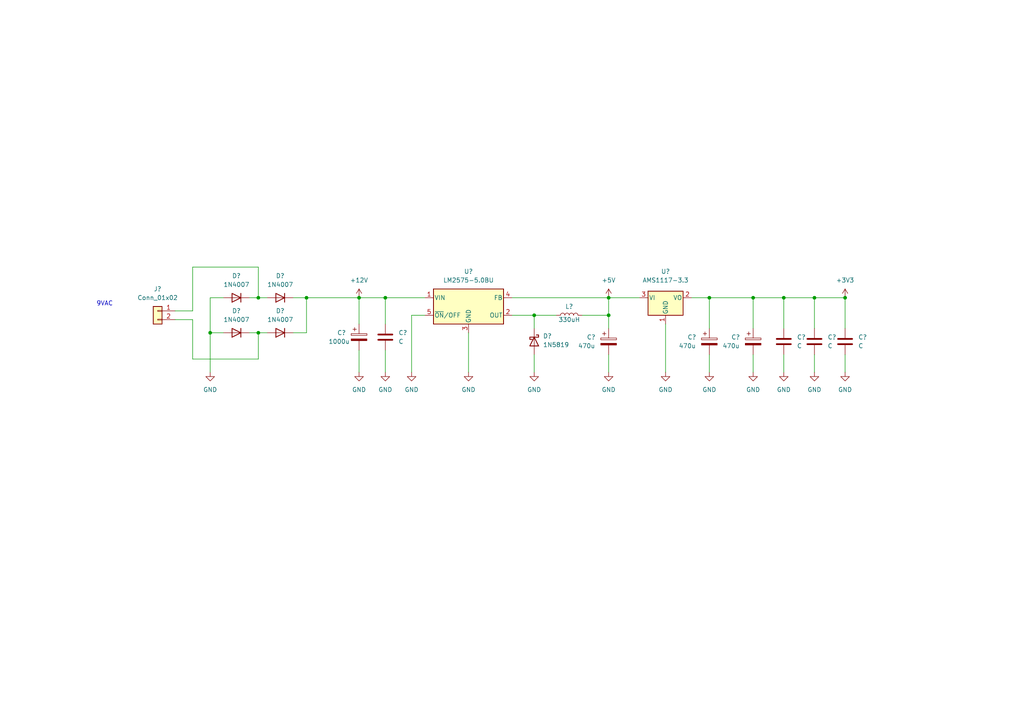
<source format=kicad_sch>
(kicad_sch (version 20211123) (generator eeschema)
  (paper "A4")
  (lib_symbols
    (symbol "Connector_Generic:Conn_01x02" (pin_names (offset 1.016) hide)
      (property "Reference" "J" (at 0 2.54 0))
      (property "Value" "Conn_01x02" (at 0 -5.08 0))
      (symbol "Conn_01x02_1_1"
        (rectangle (start -1.27 -2.413) (end 0 -2.667) (stroke (width 0.1524)))
        (rectangle (start -1.27 0.127) (end 0 -0.127) (stroke (width 0.1524)))
        (rectangle (start -1.27 1.27) (end 1.27 -3.81) (stroke (width 0.254)) (fill (type background)))
        (pin passive line (at -5.08 0 0) (length 3.81) (name "Pin_1") (number "1"))
        (pin passive line (at -5.08 -2.54 0) (length 3.81) (name "Pin_2") (number "2"))
      )
    )
    (symbol "Device:C" (pin_numbers hide) (pin_names (offset 0.254))
      (property "Reference" "C" (at 0.635 2.54 0))
      (property "Value" "C" (at 0.635 -2.54 0))
      (symbol "C_0_1"
        (polyline (pts (xy -2.032 -0.762) (xy 2.032 -0.762)) (stroke (width 0.508)))
        (polyline (pts (xy -2.032 0.762) (xy 2.032 0.762)) (stroke (width 0.508)))
      )
      (symbol "C_1_1"
        (pin passive line (at 0 3.81 270) (length 2.794) (name "~") (number "1"))
        (pin passive line (at 0 -3.81 90) (length 2.794) (name "~") (number "2"))
      )
    )
    (symbol "Device:C_Polarized" (pin_numbers hide) (pin_names (offset 0.254))
      (property "Reference" "C" (at 0.635 2.54 0))
      (property "Value" "C_Polarized" (at 0.635 -2.54 0))
      (symbol "C_Polarized_0_1"
        (rectangle (start -2.286 0.508) (end 2.286 1.016))
        (polyline (pts (xy -1.778 2.286) (xy -0.762 2.286)))
        (polyline (pts (xy -1.27 2.794) (xy -1.27 1.778)))
        (rectangle (start 2.286 -0.508) (end -2.286 -1.016) (fill (type outline)))
      )
      (symbol "C_Polarized_1_1"
        (pin passive line (at 0 3.81 270) (length 2.794) (name "~") (number "1"))
        (pin passive line (at 0 -3.81 90) (length 2.794) (name "~") (number "2"))
      )
    )
    (symbol "Device:L" (pin_numbers hide) (pin_names (offset 1.016) hide)
      (property "Reference" "L" (at -1.27 0 90))
      (property "Value" "L" (at 1.905 0 90))
      (symbol "L_0_1"
        (arc (start 0 -2.54) (mid 0.635 -1.905) (end 0 -1.27))
        (arc (start 0 -1.27) (mid 0.635 -0.635) (end 0 0))
        (arc (start 0 0) (mid 0.635 0.635) (end 0 1.27))
        (arc (start 0 1.27) (mid 0.635 1.905) (end 0 2.54))
      )
      (symbol "L_1_1"
        (pin passive line (at 0 3.81 270) (length 1.27) (name "1") (number "1"))
        (pin passive line (at 0 -3.81 90) (length 1.27) (name "2") (number "2"))
      )
    )
    (symbol "Diode:1N4007" (pin_numbers hide) (pin_names (offset 1.016) hide)
      (property "Reference" "D" (at 0 2.54 0))
      (property "Value" "1N4007" (at 0 -2.54 0))
      (symbol "1N4007_0_1"
        (polyline (pts (xy -1.27 1.27) (xy -1.27 -1.27)) (stroke (width 0.254)))
        (polyline (pts (xy 1.27 0) (xy -1.27 0)))
        (polyline (pts (xy 1.27 1.27) (xy 1.27 -1.27) (xy -1.27 0) (xy 1.27 1.27)) (stroke (width 0.254)))
      )
      (symbol "1N4007_1_1"
        (pin passive line (at -3.81 0 0) (length 2.54) (name "K") (number "1"))
        (pin passive line (at 3.81 0 180) (length 2.54) (name "A") (number "2"))
      )
    )
    (symbol "Diode:1N5819" (pin_numbers hide) (pin_names (offset 1.016) hide)
      (property "Reference" "D" (at 0 2.54 0))
      (property "Value" "1N5819" (at 0 -2.54 0))
      (symbol "1N5819_0_1"
        (polyline (pts (xy 1.27 0) (xy -1.27 0)))
        (polyline (pts (xy 1.27 1.27) (xy 1.27 -1.27) (xy -1.27 0) (xy 1.27 1.27)) (stroke (width 0.254)))
        (polyline (pts (xy -1.905 0.635) (xy -1.905 1.27) (xy -1.27 1.27) (xy -1.27 -1.27) (xy -0.635 -1.27) (xy -0.635 -0.635)) (stroke (width 0.254)))
      )
      (symbol "1N5819_1_1"
        (pin passive line (at -3.81 0 0) (length 2.54) (name "K") (number "1"))
        (pin passive line (at 3.81 0 180) (length 2.54) (name "A") (number "2"))
      )
    )
    (symbol "Regulator_Linear:AMS1117-3.3" (pin_names (offset 0.254))
      (property "Reference" "U" (at -3.81 3.175 0))
      (property "Value" "AMS1117-3.3" (at 0 3.175 0))
      (symbol "AMS1117-3.3_0_1"
        (rectangle (start -5.08 -5.08) (end 5.08 1.905) (stroke (width 0.254)) (fill (type background)))
      )
      (symbol "AMS1117-3.3_1_1"
        (pin power_in line (at 0 -7.62 90) (length 2.54) (name "GND") (number "1"))
        (pin power_out line (at 7.62 0 180) (length 2.54) (name "VO") (number "2"))
        (pin power_in line (at -7.62 0 0) (length 2.54) (name "VI") (number "3"))
      )
    )
    (symbol "Regulator_Switching:LM2575-5.0BU" (pin_names (offset 0.254))
      (property "Reference" "U" (at -10.16 6.35 0))
      (property "Value" "LM2575-5.0BU" (at 0 6.35 0))
      (symbol "LM2575-5.0BU_0_1"
        (rectangle (start -10.16 5.08) (end 10.16 -5.08) (stroke (width 0.254)) (fill (type background)))
      )
      (symbol "LM2575-5.0BU_1_1"
        (pin power_in line (at -12.7 2.54 0) (length 2.54) (name "VIN") (number "1"))
        (pin output line (at 12.7 -2.54 180) (length 2.54) (name "OUT") (number "2"))
        (pin power_in line (at 0 -7.62 90) (length 2.54) (name "GND") (number "3"))
        (pin input line (at 12.7 2.54 180) (length 2.54) (name "FB") (number "4"))
        (pin input line (at -12.7 -2.54 0) (length 2.54) (name "~{ON}/OFF") (number "5"))
      )
    )
    (symbol "power:+12V" (power) (pin_names (offset 0))
      (property "Value" "+12V" (at 0 3.556 0))
      (symbol "+12V_0_1"
        (polyline (pts (xy -0.762 1.27) (xy 0 2.54)))
        (polyline (pts (xy 0 0) (xy 0 2.54)))
        (polyline (pts (xy 0 2.54) (xy 0.762 1.27)))
      )
      (symbol "+12V_1_1"
        (pin power_in line (at 0 0 90) (length 0) hide (name "+12V") (number "1"))
      )
    )
    (symbol "power:+3.3V" (power) (pin_names (offset 0))
      (property "Value" "+3.3V" (at 0 3.556 0))
      (symbol "+3.3V_0_1"
        (polyline (pts (xy -0.762 1.27) (xy 0 2.54)))
        (polyline (pts (xy 0 0) (xy 0 2.54)))
        (polyline (pts (xy 0 2.54) (xy 0.762 1.27)))
      )
      (symbol "+3.3V_1_1"
        (pin power_in line (at 0 0 90) (length 0) hide (name "+3V3") (number "1"))
      )
    )
    (symbol "power:+5V" (power) (pin_names (offset 0))
      (property "Value" "+5V" (at 0 3.556 0))
      (symbol "+5V_0_1"
        (polyline (pts (xy -0.762 1.27) (xy 0 2.54)))
        (polyline (pts (xy 0 0) (xy 0 2.54)))
        (polyline (pts (xy 0 2.54) (xy 0.762 1.27)))
      )
      (symbol "+5V_1_1"
        (pin power_in line (at 0 0 90) (length 0) hide (name "+5V") (number "1"))
      )
    )
    (symbol "power:GND" (power) (pin_names (offset 0))
      (property "Value" "GND" (at 0 -3.81 0))
      (symbol "GND_0_1"
        (polyline (pts (xy 0 0) (xy 0 -1.27) (xy 1.27 -1.27) (xy 0 -2.54) (xy -1.27 -1.27) (xy 0 -1.27)))
      )
      (symbol "GND_1_1"
        (pin power_in line (at 0 0 270) (length 0) hide (name "GND") (number "1"))
      )
    )
  )
  (junction (at 88.9 86.36))
  (junction (at 227.33 86.36))
  (junction (at 218.44 86.36))
  (junction (at 176.53 91.44))
  (junction (at 74.93 96.52))
  (junction (at 74.93 86.36))
  (junction (at 104.14 86.36))
  (junction (at 60.96 96.52))
  (junction (at 205.74 86.36))
  (junction (at 154.94 91.44))
  (junction (at 111.76 86.36))
  (junction (at 236.22 86.36))
  (junction (at 245.11 86.36))
  (junction (at 176.53 86.36))
  (wire (pts (xy 236.22 86.36) (xy 245.11 86.36)))
  (wire (pts (xy 55.88 77.47) (xy 74.93 77.47)))
  (wire (pts (xy 55.88 104.14) (xy 74.93 104.14)))
  (wire (pts (xy 104.14 86.36) (xy 111.76 86.36)))
  (wire (pts (xy 119.38 91.44) (xy 119.38 107.95)))
  (wire (pts (xy 227.33 86.36) (xy 227.33 95.25)))
  (wire (pts (xy 218.44 86.36) (xy 218.44 95.25)))
  (wire (pts (xy 60.96 96.52) (xy 60.96 107.95)))
  (wire (pts (xy 104.14 101.6) (xy 104.14 107.95)))
  (wire (pts (xy 85.09 86.36) (xy 88.9 86.36)))
  (wire (pts (xy 154.94 91.44) (xy 161.29 91.44)))
  (wire (pts (xy 154.94 91.44) (xy 154.94 95.25)))
  (wire (pts (xy 74.93 96.52) (xy 77.47 96.52)))
  (wire (pts (xy 193.04 93.98) (xy 193.04 107.95)))
  (wire (pts (xy 135.89 96.52) (xy 135.89 107.95)))
  (wire (pts (xy 104.14 86.36) (xy 104.14 93.98)))
  (wire (pts (xy 111.76 86.36) (xy 123.19 86.36)))
  (wire (pts (xy 176.53 102.87) (xy 176.53 107.95)))
  (wire (pts (xy 88.9 86.36) (xy 104.14 86.36)))
  (wire (pts (xy 111.76 101.6) (xy 111.76 107.95)))
  (wire (pts (xy 205.74 86.36) (xy 218.44 86.36)))
  (wire (pts (xy 154.94 102.87) (xy 154.94 107.95)))
  (wire (pts (xy 50.8 90.17) (xy 55.88 90.17)))
  (wire (pts (xy 50.8 92.71) (xy 55.88 92.71)))
  (wire (pts (xy 64.77 86.36) (xy 60.96 86.36)))
  (wire (pts (xy 111.76 86.36) (xy 111.76 93.98)))
  (wire (pts (xy 218.44 102.87) (xy 218.44 107.95)))
  (wire (pts (xy 227.33 102.87) (xy 227.33 107.95)))
  (wire (pts (xy 148.59 91.44) (xy 154.94 91.44)))
  (wire (pts (xy 60.96 96.52) (xy 64.77 96.52)))
  (wire (pts (xy 74.93 104.14) (xy 74.93 96.52)))
  (wire (pts (xy 200.66 86.36) (xy 205.74 86.36)))
  (wire (pts (xy 218.44 86.36) (xy 227.33 86.36)))
  (wire (pts (xy 227.33 86.36) (xy 236.22 86.36)))
  (wire (pts (xy 236.22 86.36) (xy 236.22 95.25)))
  (wire (pts (xy 74.93 77.47) (xy 74.93 86.36)))
  (wire (pts (xy 176.53 91.44) (xy 176.53 95.25)))
  (wire (pts (xy 245.11 102.87) (xy 245.11 107.95)))
  (wire (pts (xy 74.93 86.36) (xy 77.47 86.36)))
  (wire (pts (xy 205.74 86.36) (xy 205.74 95.25)))
  (wire (pts (xy 74.93 86.36) (xy 72.39 86.36)))
  (wire (pts (xy 168.91 91.44) (xy 176.53 91.44)))
  (wire (pts (xy 88.9 86.36) (xy 88.9 96.52)))
  (wire (pts (xy 55.88 90.17) (xy 55.88 77.47)))
  (wire (pts (xy 236.22 102.87) (xy 236.22 107.95)))
  (wire (pts (xy 245.11 86.36) (xy 245.11 95.25)))
  (wire (pts (xy 176.53 86.36) (xy 176.53 91.44)))
  (wire (pts (xy 55.88 92.71) (xy 55.88 104.14)))
  (wire (pts (xy 74.93 96.52) (xy 72.39 96.52)))
  (wire (pts (xy 60.96 86.36) (xy 60.96 96.52)))
  (wire (pts (xy 123.19 91.44) (xy 119.38 91.44)))
  (wire (pts (xy 205.74 102.87) (xy 205.74 107.95)))
  (wire (pts (xy 88.9 96.52) (xy 85.09 96.52)))
  (wire (pts (xy 148.59 86.36) (xy 176.53 86.36)))
  (wire (pts (xy 176.53 86.36) (xy 185.42 86.36)))
  (text "9VAC" (at 27.94 88.9 0) (effects (font (size 1.27 1.27)) (justify left bottom)))
  (symbol (lib_id "Device:L") (at 165.1 91.44 90) (unit 1)
    (property "Reference" "L?" (at 165.1 88.9 90))
    (property "Value" "330uH" (at 165.1 92.71 90))
  )
  (symbol (lib_id "Diode:1N4007") (at 68.58 96.52 180) (unit 1)
    (property "Reference" "D?" (at 68.58 90.17 0))
    (property "Value" "1N4007" (at 68.58 92.71 0))
    (property "Footprint" "Diode_THT:D_DO-41_SOD81_P10.16mm_Horizontal" (effects hide))
    (property "Datasheet" "http://www.vishay.com/docs/88503/1n4001.pdf" (effects hide))
  )
  (symbol (lib_id "Device:C") (at 245.11 99.06 0) (unit 1)
    (property "Reference" "C?" (at 248.92 97.7899 0) (effects (justify left)))
    (property "Value" "C" (at 248.92 100.3299 0) (effects (justify left)))
  )
  (symbol (lib_id "power:GND") (at 218.44 107.95 0) (unit 1)
    (property "Reference" "#PWR?" (effects hide))
    (property "Value" "GND" (at 218.44 113.03 0))
  )
  (symbol (lib_id "power:GND") (at 227.33 107.95 0) (unit 1)
    (property "Reference" "#PWR?" (effects hide))
    (property "Value" "GND" (at 227.33 113.03 0))
  )
  (symbol (lib_id "Regulator_Switching:LM2575-5.0BU") (at 135.89 88.9 0) (unit 1)
    (property "Reference" "U?" (at 135.89 78.74 0))
    (property "Value" "LM2575-5.0BU" (at 135.89 81.28 0))
    (property "Footprint" "Package_TO_SOT_SMD:TO-263-5_TabPin3" (effects hide))
    (property "Datasheet" "http://ww1.microchip.com/downloads/en/DeviceDoc/lm2575.pdf" (effects hide))
  )
  (symbol (lib_id "power:GND") (at 135.89 107.95 0) (unit 1)
    (property "Reference" "#PWR?" (effects hide))
    (property "Value" "GND" (at 135.89 113.03 0))
  )
  (symbol (lib_id "Device:C_Polarized") (at 218.44 99.06 0) (unit 1)
    (property "Reference" "C?" (at 212.09 97.79 0) (effects (justify left)))
    (property "Value" "470u" (at 209.55 100.33 0) (effects (justify left)))
  )
  (symbol (lib_id "power:GND") (at 193.04 107.95 0) (unit 1)
    (property "Reference" "#PWR?" (effects hide))
    (property "Value" "GND" (at 193.04 113.03 0))
  )
  (symbol (lib_id "Diode:1N4007") (at 81.28 86.36 180) (unit 1)
    (property "Reference" "D?" (at 81.28 80.01 0))
    (property "Value" "1N4007" (at 81.28 82.55 0))
    (property "Footprint" "Diode_THT:D_DO-41_SOD81_P10.16mm_Horizontal" (effects hide))
    (property "Datasheet" "http://www.vishay.com/docs/88503/1n4001.pdf" (effects hide))
  )
  (symbol (lib_id "Device:C_Polarized") (at 104.14 97.79 0) (unit 1)
    (property "Reference" "C?" (at 97.79 96.52 0) (effects (justify left)))
    (property "Value" "1000u" (at 95.25 99.06 0) (effects (justify left)))
  )
  (symbol (lib_id "Diode:1N5819") (at 154.94 99.06 270) (unit 1)
    (property "Reference" "D?" (at 157.48 97.4724 90) (effects (justify left)))
    (property "Value" "1N5819" (at 157.48 100.0124 90) (effects (justify left)))
    (property "Footprint" "Diode_THT:D_DO-41_SOD81_P10.16mm_Horizontal" (effects hide))
    (property "Datasheet" "http://www.vishay.com/docs/88525/1n5817.pdf" (effects hide))
  )
  (symbol (lib_id "Connector_Generic:Conn_01x02") (at 45.72 90.17 0) (mirror y) (unit 1)
    (property "Reference" "J?" (at 45.72 83.82 0))
    (property "Value" "Conn_01x02" (at 45.72 86.36 0))
  )
  (symbol (lib_id "power:+3.3V") (at 245.11 86.36 0) (unit 1)
    (property "Reference" "#PWR?" (effects hide))
    (property "Value" "+3.3V" (at 245.11 81.28 0))
  )
  (symbol (lib_id "power:GND") (at 245.11 107.95 0) (unit 1)
    (property "Reference" "#PWR?" (effects hide))
    (property "Value" "GND" (at 245.11 113.03 0))
  )
  (symbol (lib_id "power:GND") (at 111.76 107.95 0) (unit 1)
    (property "Reference" "#PWR?" (effects hide))
    (property "Value" "GND" (at 111.76 113.03 0))
  )
  (symbol (lib_id "Device:C") (at 227.33 99.06 0) (unit 1)
    (property "Reference" "C?" (at 231.14 97.7899 0) (effects (justify left)))
    (property "Value" "C" (at 231.14 100.3299 0) (effects (justify left)))
  )
  (symbol (lib_id "power:GND") (at 236.22 107.95 0) (unit 1)
    (property "Reference" "#PWR?" (effects hide))
    (property "Value" "GND" (at 236.22 113.03 0))
  )
  (symbol (lib_id "Device:C_Polarized") (at 205.74 99.06 0) (unit 1)
    (property "Reference" "C?" (at 199.39 97.79 0) (effects (justify left)))
    (property "Value" "470u" (at 196.85 100.33 0) (effects (justify left)))
  )
  (symbol (lib_id "power:GND") (at 176.53 107.95 0) (unit 1)
    (property "Reference" "#PWR?" (effects hide))
    (property "Value" "GND" (at 176.53 113.03 0))
  )
  (symbol (lib_id "Regulator_Linear:AMS1117-3.3") (at 193.04 86.36 0) (unit 1)
    (property "Reference" "U?" (at 193.04 78.74 0))
    (property "Value" "AMS1117-3.3" (at 193.04 81.28 0))
    (property "Footprint" "Package_TO_SOT_SMD:SOT-223-3_TabPin2" (effects hide))
    (property "Datasheet" "http://www.advanced-monolithic.com/pdf/ds1117.pdf" (effects hide))
  )
  (symbol (lib_id "Device:C_Polarized") (at 176.53 99.06 0) (unit 1)
    (property "Reference" "C?" (at 170.18 97.79 0) (effects (justify left)))
    (property "Value" "470u" (at 167.64 100.33 0) (effects (justify left)))
  )
  (symbol (lib_id "power:GND") (at 60.96 107.95 0) (unit 1)
    (property "Reference" "#PWR?" (effects hide))
    (property "Value" "GND" (at 60.96 113.03 0))
  )
  (symbol (lib_id "Device:C") (at 236.22 99.06 0) (unit 1)
    (property "Reference" "C?" (at 240.03 97.7899 0) (effects (justify left)))
    (property "Value" "C" (at 240.03 100.3299 0) (effects (justify left)))
  )
  (symbol (lib_id "Diode:1N4007") (at 81.28 96.52 180) (unit 1)
    (property "Reference" "D?" (at 81.28 90.17 0))
    (property "Value" "1N4007" (at 81.28 92.71 0))
    (property "Footprint" "Diode_THT:D_DO-41_SOD81_P10.16mm_Horizontal" (effects hide))
    (property "Datasheet" "http://www.vishay.com/docs/88503/1n4001.pdf" (effects hide))
  )
  (symbol (lib_id "power:GND") (at 205.74 107.95 0) (unit 1)
    (property "Reference" "#PWR?" (effects hide))
    (property "Value" "GND" (at 205.74 113.03 0))
  )
  (symbol (lib_id "Device:C") (at 111.76 97.79 0) (unit 1)
    (property "Reference" "C?" (at 115.57 96.5199 0) (effects (justify left)))
    (property "Value" "C" (at 115.57 99.0599 0) (effects (justify left)))
  )
  (symbol (lib_id "Diode:1N4007") (at 68.58 86.36 180) (unit 1)
    (property "Reference" "D?" (at 68.58 80.01 0))
    (property "Value" "1N4007" (at 68.58 82.55 0))
    (property "Footprint" "Diode_THT:D_DO-41_SOD81_P10.16mm_Horizontal" (effects hide))
    (property "Datasheet" "http://www.vishay.com/docs/88503/1n4001.pdf" (effects hide))
  )
  (symbol (lib_id "power:GND") (at 104.14 107.95 0) (unit 1)
    (property "Reference" "#PWR?" (effects hide))
    (property "Value" "GND" (at 104.14 113.03 0))
  )
  (symbol (lib_id "power:GND") (at 119.38 107.95 0) (unit 1)
    (property "Reference" "#PWR?" (effects hide))
    (property "Value" "GND" (at 119.38 113.03 0))
  )
  (symbol (lib_id "power:GND") (at 154.94 107.95 0) (unit 1)
    (property "Reference" "#PWR?" (effects hide))
    (property "Value" "GND" (at 154.94 113.03 0))
  )
  (symbol (lib_id "power:+5V") (at 176.53 86.36 0) (unit 1)
    (property "Reference" "#PWR?" (effects hide))
    (property "Value" "+5V" (at 176.53 81.28 0))
  )
  (symbol (lib_id "power:+12V") (at 104.14 86.36 0) (unit 1)
    (property "Reference" "#PWR?" (effects hide))
    (property "Value" "+12V" (at 104.14 81.28 0))
  )
)
</source>
